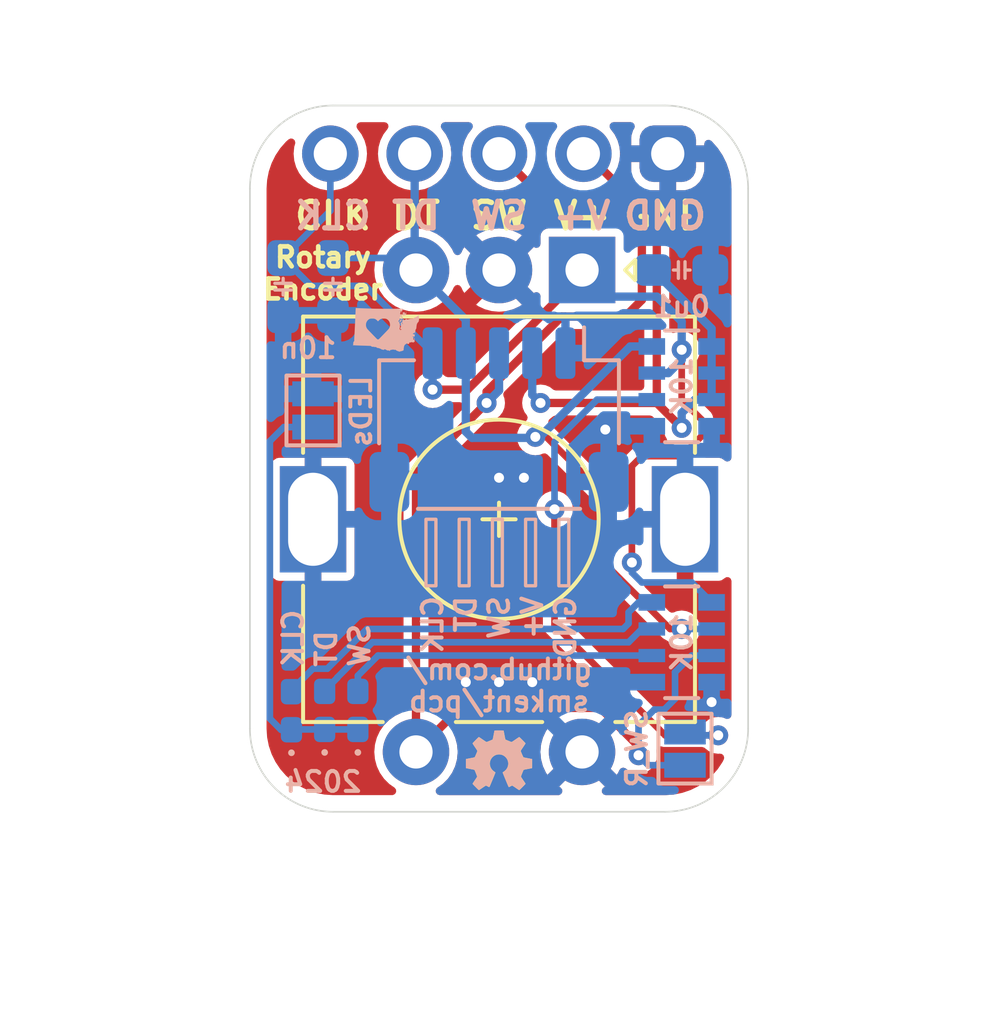
<source format=kicad_pcb>
(kicad_pcb (version 20240108) (generator "pcbnew") (generator_version "8.0")
  (layers (0 "F.Cu" signal) (31 "B.Cu" signal) (34 "B.Paste" user) (35 "F.Paste" user) (36 "B.SilkS" user "B.Silkscreen") (37 "F.SilkS" user "F.Silkscreen") (38 "B.Mask" user) (39 "F.Mask" user) (44 "Edge.Cuts" user))
  (net 0 "")
  (net 1 "GND")
  (net 2 "BUTTON")
  (net 3 "CLK")
  (net 4 "DT")
  (net 5 "VCC")
  (net 6 "Net-(JP1-B)")
  (net 7 "LED_GND")
  (net 8 "Net-(LED1-A)")
  (net 9 "Net-(LED2-A)")
  (net 10 "Net-(LED3-A)")
  (footprint "Rotary_Encoder:RotaryEncoder_Alps_EC11E-Switch_Vertical_H20mm" (layer "F.Cu") (at 182.5 102 -90)
    (property "Reference" "SW1" (hide yes))
    (property "Value" "RotaryEncoder_Switch_MP")
    (pad "A" thru_hole rect (at 0 0 270) (size 2 2) (drill 1) (layers "*.Cu" "*.Mask") (net 3 "CLK"))
    (pad "B" thru_hole circle (at 0 5 270) (size 2 2) (drill 1) (layers "*.Cu" "*.Mask") (net 4 "DT"))
    (pad "C" thru_hole circle (at 0 2.5 270) (size 2 2) (drill 1) (layers "*.Cu" "*.Mask") (net 1 "GND"))
    (pad "MP" thru_hole rect (at 7.5 -3.1 270) (size 3.2 2) (drill oval 2.8 1.5) (layers "*.Cu" "*.Mask") (net 1 "GND"))
    (pad "MP" thru_hole rect (at 7.5 8.1 270) (size 3.2 2) (drill oval 2.8 1.5) (layers "*.Cu" "*.Mask") (net 1 "GND"))
    (pad "S1" thru_hole circle (at 14.5 5 270) (size 2 2) (drill 1) (layers "*.Cu" "*.Mask") (net 2 "BUTTON"))
    (pad "S2" thru_hole circle (at 14.5 0 270) (size 2 2) (drill 1) (layers "*.Cu" "*.Mask") (net 1 "GND"))
  )
  (footprint "graphics:oshw-logo-2mm" (layer "F.Cu") (at 180 116.75)
    (property "Reference" "G***" (hide yes))
    (property "Value" "LOGO" (hide yes))
  )
  (footprint "custom:SolderJumper-2_P1.0mm_Open_Pad" (layer "B.Cu") (at 174.4 106.225 90)
    (property "Reference" "JP2" (hide yes))
    (property "Value" "SolderJumper_2_Open")
    (pad "1" smd rect (at -0.5 0 90) (size 0.75 1.25) (layers "B.Cu" "B.Mask") (net 7 "LED_GND"))
    (pad "2" smd rect (at 0.5 0 90) (size 0.75 1.25) (layers "B.Cu" "B.Mask") (net 1 "GND"))
  )
  (footprint "custom:C_0603_1608Metric_Pad1.08x0.95mm_HandSolder" (layer "B.Cu") (at 173.5 102.5 -90)
    (property "Reference" "C2" (hide yes))
    (property "Value" "10n")
    (pad "1" smd roundrect (at -0.8625 0 270) (size 1.075 0.95) (layers "B.Cu" "B.Paste" "B.Mask") (net 3 "CLK"))
    (pad "2" smd roundrect (at 0.8625 0 270) (size 1.075 0.95) (layers "B.Cu" "B.Paste" "B.Mask") (net 1 "GND"))
  )
  (footprint "custom:C_0603_1608Metric_Pad1.08x0.95mm_HandSolder" (layer "B.Cu") (at 175 102.5 -90)
    (property "Reference" "C3" (hide yes))
    (property "Value" "10n")
    (pad "1" smd roundrect (at -0.8625 0 270) (size 1.075 0.95) (layers "B.Cu" "B.Paste" "B.Mask") (net 4 "DT"))
    (pad "2" smd roundrect (at 0.8625 0 270) (size 1.075 0.95) (layers "B.Cu" "B.Paste" "B.Mask") (net 1 "GND"))
  )
  (footprint "graphics:wa-state-heart-2mm" (layer "B.Cu") (at 176.6 103.8 180)
    (property "Reference" "G***" (hide yes))
    (property "Value" "LOGO" (hide yes))
  )
  (footprint "custom:C_0603_1608Metric_Pad1.08x0.95mm_HandSolder" (layer "B.Cu") (at 185.5 102)
    (property "Reference" "C1" (hide yes))
    (property "Value" "0u1")
    (pad "1" smd roundrect (at -0.8625 0) (size 1.075 0.95) (layers "B.Cu" "B.Paste" "B.Mask") (net 5 "VCC"))
    (pad "2" smd roundrect (at 0.8625 0) (size 1.075 0.95) (layers "B.Cu" "B.Paste" "B.Mask") (net 1 "GND"))
  )
  (footprint "LED_SMD:LED_0402_1005Metric_Pad0.77x0.64mm_HandSolder" (layer "B.Cu") (at 173.75 115.26 90)
    (property "Reference" "LED1" (hide yes))
    (property "Value" "LED")
    (pad "1" smd roundrect (at -0.5725 0 90) (size 0.765 0.64) (layers "B.Cu" "B.Paste" "B.Mask") (net 7 "LED_GND"))
    (pad "2" smd roundrect (at 0.5725 0 90) (size 0.765 0.64) (layers "B.Cu" "B.Paste" "B.Mask") (net 8 "Net-(LED1-A)"))
  )
  (footprint "LED_SMD:LED_0402_1005Metric_Pad0.77x0.64mm_HandSolder" (layer "B.Cu") (at 174.75 115.25 90)
    (property "Reference" "LED2" (hide yes))
    (property "Value" "LED")
    (pad "1" smd roundrect (at -0.5725 0 90) (size 0.765 0.64) (layers "B.Cu" "B.Paste" "B.Mask") (net 7 "LED_GND"))
    (pad "2" smd roundrect (at 0.5725 0 90) (size 0.765 0.64) (layers "B.Cu" "B.Paste" "B.Mask") (net 9 "Net-(LED2-A)"))
  )
  (footprint "custom:PinHeader_1x05_P2.54mm_Vertical_simple_pad1gnd" (layer "B.Cu") (at 185.08 98.5 90)
    (property "Reference" "J2" (hide yes))
    (property "Value" "Pin headers")
    (pad "1" thru_hole roundrect (at 0 0 90) (size 1.7 1.7) (drill 1) (layers "*.Cu" "*.Mask") (net 1 "GND"))
    (pad "2" thru_hole oval (at 0 -2.54 90) (size 1.7 1.7) (drill 1) (layers "*.Cu" "*.Mask") (net 5 "VCC"))
    (pad "3" thru_hole oval (at 0 -5.08 90) (size 1.7 1.7) (drill 1) (layers "*.Cu" "*.Mask") (net 2 "BUTTON"))
    (pad "4" thru_hole oval (at 0 -7.62 90) (size 1.7 1.7) (drill 1) (layers "*.Cu" "*.Mask") (net 4 "DT"))
    (pad "5" thru_hole oval (at 0 -10.16 90) (size 1.7 1.7) (drill 1) (layers "*.Cu" "*.Mask") (net 3 "CLK"))
  )
  (footprint "Resistor_SMD:R_Array_Convex_4x0603" (layer "B.Cu") (at 185.5 105.5)
    (property "Reference" "RN1" (hide yes))
    (property "Value" "10K")
    (pad "1" smd rect (at -0.9 1.2) (size 0.8 0.5) (layers "B.Cu" "B.Paste" "B.Mask") (net 1 "GND"))
    (pad "2" smd rect (at -0.9 0.4) (size 0.8 0.4) (layers "B.Cu" "B.Paste" "B.Mask") (net 6 "Net-(JP1-B)"))
    (pad "3" smd rect (at -0.9 -0.4) (size 0.8 0.4) (layers "B.Cu" "B.Paste" "B.Mask") (net 3 "CLK"))
    (pad "4" smd rect (at -0.9 -1.2) (size 0.8 0.5) (layers "B.Cu" "B.Paste" "B.Mask") (net 4 "DT"))
    (pad "5" smd rect (at 0.9 -1.2) (size 0.8 0.5) (layers "B.Cu" "B.Paste" "B.Mask") (net 5 "VCC"))
    (pad "6" smd rect (at 0.9 -0.4) (size 0.8 0.4) (layers "B.Cu" "B.Paste" "B.Mask") (net 5 "VCC"))
    (pad "7" smd rect (at 0.9 0.4) (size 0.8 0.4) (layers "B.Cu" "B.Paste" "B.Mask") (net 5 "VCC"))
    (pad "8" smd rect (at 0.9 1.2) (size 0.8 0.5) (layers "B.Cu" "B.Paste" "B.Mask") (net 1 "GND"))
  )
  (footprint "LED_SMD:LED_0402_1005Metric_Pad0.77x0.64mm_HandSolder" (layer "B.Cu") (at 175.75 115.25 90)
    (property "Reference" "LED3" (hide yes))
    (property "Value" "LED")
    (pad "1" smd roundrect (at -0.5725 0 90) (size 0.765 0.64) (layers "B.Cu" "B.Paste" "B.Mask") (net 7 "LED_GND"))
    (pad "2" smd roundrect (at 0.5725 0 90) (size 0.765 0.64) (layers "B.Cu" "B.Paste" "B.Mask") (net 10 "Net-(LED3-A)"))
  )
  (footprint "graphics:oshw-logo-2mm" (layer "B.Cu") (at 180 116.75 180)
    (property "Reference" "G***" (hide yes))
    (property "Value" "LOGO" (hide yes))
  )
  (footprint "custom:SolderJumper-2_P1.0mm_Open_Pad" (layer "B.Cu") (at 185.6 116.4 90)
    (property "Reference" "JP1" (hide yes))
    (property "Value" "SolderJumper_2_Open")
    (pad "1" smd rect (at -0.5 0 90) (size 0.75 1.25) (layers "B.Cu" "B.Mask") (net 2 "BUTTON"))
    (pad "2" smd rect (at 0.5 0 90) (size 0.75 1.25) (layers "B.Cu" "B.Mask") (net 6 "Net-(JP1-B)"))
  )
  (footprint "Resistor_SMD:R_Array_Convex_4x0603" (layer "B.Cu") (at 185.5 113.2 180)
    (property "Reference" "RN2" (hide yes))
    (property "Value" "10K")
    (pad "1" smd rect (at -0.9 1.2 180) (size 0.8 0.5) (layers "B.Cu" "B.Paste" "B.Mask") (net 3 "CLK"))
    (pad "2" smd rect (at -0.9 0.4 180) (size 0.8 0.4) (layers "B.Cu" "B.Paste" "B.Mask") (net 4 "DT"))
    (pad "3" smd rect (at -0.9 -0.4 180) (size 0.8 0.4) (layers "B.Cu" "B.Paste" "B.Mask") (net 2 "BUTTON"))
    (pad "4" smd rect (at -0.9 -1.2 180) (size 0.8 0.5) (layers "B.Cu" "B.Paste" "B.Mask") (net 1 "GND"))
    (pad "5" smd rect (at 0.9 -1.2 180) (size 0.8 0.5) (layers "B.Cu" "B.Paste" "B.Mask") (net 1 "GND"))
    (pad "6" smd rect (at 0.9 -0.4 180) (size 0.8 0.4) (layers "B.Cu" "B.Paste" "B.Mask") (net 10 "Net-(LED3-A)"))
    (pad "7" smd rect (at 0.9 0.4 180) (size 0.8 0.4) (layers "B.Cu" "B.Paste" "B.Mask") (net 9 "Net-(LED2-A)"))
    (pad "8" smd rect (at 0.9 1.2 180) (size 0.8 0.5) (layers "B.Cu" "B.Paste" "B.Mask") (net 8 "Net-(LED1-A)"))
  )
  (footprint "custom:JST_SH_SM05B-SRSS-TB_1x05-1MP_P1.00mm_Horizontal" (layer "B.Cu") (at 180 106.5 180)
    (property "Reference" "J1")
    (property "Value" "JST SH")
    (pad "1" smd roundrect (at -2 2 180) (size 0.6 1.55) (layers "B.Cu" "B.Paste" "B.Mask") (net 1 "GND"))
    (pad "2" smd roundrect (at -1 2 180) (size 0.6 1.55) (layers "B.Cu" "B.Paste" "B.Mask") (net 5 "VCC"))
    (pad "3" smd roundrect (at 0 2 180) (size 0.6 1.55) (layers "B.Cu" "B.Paste" "B.Mask") (net 2 "BUTTON"))
    (pad "4" smd roundrect (at 1 2 180) (size 0.6 1.55) (layers "B.Cu" "B.Paste" "B.Mask") (net 4 "DT"))
    (pad "5" smd roundrect (at 2 2 180) (size 0.6 1.55) (layers "B.Cu" "B.Paste" "B.Mask") (net 3 "CLK"))
    (pad "MP" smd roundrect (at -3.3 -1.875 180) (size 1.2 1.8) (layers "B.Cu" "B.Paste" "B.Mask") (roundrect_rratio 0.208333) (net 1 "GND"))
    (pad "MP" smd roundrect (at 3.3 -1.875 180) (size 1.2 1.8) (layers "B.Cu" "B.Paste" "B.Mask") (roundrect_rratio 0.208333) (net 1 "GND"))
  )
  (gr_rect (start 178.8 109.5) (end 179.1 111.5) (stroke (width 0.1)) (fill none) (layer "B.SilkS"))
  (gr_rect (start 180.8 109.5) (end 181.1 111.5) (stroke (width 0.1)) (fill none) (layer "B.SilkS"))
  (gr_rect (start 179.8 109.5) (end 180.1 111.5) (stroke (width 0.1)) (fill none) (layer "B.SilkS"))
  (gr_rect (start 181.8 109.5) (end 182.1 111.5) (stroke (width 0.1)) (fill none) (layer "B.SilkS"))
  (gr_rect (start 177.8 109.5) (end 178.1 111.5) (stroke (width 0.1)) (fill none) (layer "B.SilkS"))
  (gr_arc (start 172.5 99.55) (mid 173.232233 97.782233) (end 175 97.05) (stroke (width 0.05)) (layer "Edge.Cuts"))
  (gr_line (start 175 97.05) (end 185 97.05) (stroke (width 0.05)) (layer "Edge.Cuts"))
  (gr_line (start 185 118.3) (end 175 118.3) (stroke (width 0.05)) (layer "Edge.Cuts"))
  (gr_line (start 172.5 115.8) (end 172.5 99.55) (stroke (width 0.05)) (layer "Edge.Cuts"))
  (gr_arc (start 187.5 115.8) (mid 186.767767 117.567767) (end 185 118.3) (stroke (width 0.05)) (layer "Edge.Cuts"))
  (gr_line (start 187.5 99.55) (end 187.5 115.8) (stroke (width 0.05)) (layer "Edge.Cuts"))
  (gr_arc (start 175 118.3) (mid 173.232233 117.567767) (end 172.5 115.8) (stroke (width 0.05)) (layer "Edge.Cuts"))
  (gr_arc (start 185 97.05) (mid 186.767767 97.782233) (end 187.5 99.55) (stroke (width 0.05)) (layer "Edge.Cuts"))
  (gr_text "DT" (at 177.5 99.9 0) (layer "B.SilkS") (effects (font (size 0.8 0.8) (thickness 0.16) (bold yes)) (justify top mirror)))
  (gr_text "CLK" (at 178 111.75 90) (layer "B.SilkS") (effects (font (size 0.6 0.6) (thickness 0.12) (bold yes)) (justify left mirror)))
  (gr_text "SW" (at 180 111.75 90) (layer "B.SilkS") (effects (font (size 0.6 0.6) (thickness 0.12) (bold yes)) (justify left mirror)))
  (gr_text "0u1" (at 185.5 102.75 0) (layer "B.SilkS") (effects (font (size 0.6 0.6) (thickness 0.12) (bold yes)) (justify top mirror)))
  (gr_text "GND" (at 182 111.75 90) (layer "B.SilkS") (effects (font (size 0.6 0.6) (thickness 0.12) (bold yes)) (justify left mirror)))
  (gr_text "V+" (at 181 111.75 90) (layer "B.SilkS") (effects (font (size 0.6 0.6) (thickness 0.12) (bold yes)) (justify left mirror)))
  (gr_text "2024" (at 174.7 117.4 0) (layer "B.SilkS") (effects (font (size 0.6 0.6) (thickness 0.12) (bold yes)) (justify mirror)))
  (gr_text "DT" (at 174.8 114 90) (layer "B.SilkS") (effects (font (size 0.6 0.6) (thickness 0.12) (bold yes)) (justify right mirror)))
  (gr_text "CLK" (at 175 99.9 0) (layer "B.SilkS") (effects (font (size 0.8 0.8) (thickness 0.16) (bold yes)) (justify top mirror)))
  (gr_text "10n" (at 174.25 104 0) (layer "B.SilkS") (effects (font (size 0.6 0.6) (thickness 0.12) (bold yes)) (justify top mirror)))
  (gr_text "V+" (at 182.5 99.9 0) (layer "B.SilkS") (effects (font (size 0.8 0.8) (thickness 0.16) (bold yes)) (justify top mirror)))
  (gr_text "DT" (at 179 111.75 90) (layer "B.SilkS") (effects (font (size 0.6 0.6) (thickness 0.12) (bold yes)) (justify left mirror)))
  (gr_text "SW" (at 175.8 114 90) (layer "B.SilkS") (effects (font (size 0.6 0.6) (thickness 0.12) (bold yes)) (justify right mirror)))
  (gr_text "CLK" (at 173.8 114 90) (layer "B.SilkS") (effects (font (size 0.6 0.6) (thickness 0.12) (bold yes)) (justify right mirror)))
  (gr_text "github.com/\nsmkent/pcb" (at 180 114.5 0) (layer "B.SilkS") (effects (font (size 0.6 0.6) (thickness 0.12) (bold yes)) (justify mirror)))
  (gr_text "SW_R" (at 184.5 116.4 90) (layer "B.SilkS") (effects (font (size 0.6 0.6) (thickness 0.12) (bold yes)) (justify bottom mirror)))
  (gr_text "GND" (at 185 99.9 0) (layer "B.SilkS") (effects (font (size 0.8 0.8) (thickness 0.16) (bold yes)) (justify top mirror)))
  (gr_text "10K" (at 185.5 113.2 90) (layer "B.SilkS") (effects (font (size 0.6 0.6) (thickness 0.12) (bold yes)) (justify mirror)))
  (gr_text "SW" (at 180 99.9 0) (layer "B.SilkS") (effects (font (size 0.8 0.8) (thickness 0.16) (bold yes)) (justify top mirror)))
  (gr_text "10K" (at 185.5 105.5 90) (layer "B.SilkS") (effects (font (size 0.6 0.6) (thickness 0.12) (bold yes)) (justify mirror)))
  (gr_text "LEDs" (at 175.5 106.25 90) (layer "B.SilkS") (effects (font (size 0.6 0.6) (thickness 0.12) (bold yes)) (justify top mirror)))
  (gr_text "GND" (at 185 99.9 0) (layer "F.SilkS") (effects (font (size 0.8 0.8) (thickness 0.16) (bold yes)) (justify top)))
  (gr_text "DT" (at 177.5 99.9 0) (layer "F.SilkS") (effects (font (size 0.8 0.8) (thickness 0.16) (bold yes)) (justify top)))
  (gr_text "V+" (at 182.5 99.9 0) (layer "F.SilkS") (effects (font (size 0.8 0.8) (thickness 0.16) (bold yes)) (justify top)))
  (gr_text "CLK" (at 175 99.9 0) (layer "F.SilkS") (effects (font (size 0.8 0.8) (thickness 0.16) (bold yes)) (justify top)))
  (gr_text "Rotary\nEncoder" (at 174.7 102.1 0) (layer "F.SilkS") (effects (font (size 0.6 0.6) (thickness 0.14) (bold yes))))
  (gr_text "SW" (at 180 99.9 0) (layer "F.SilkS") (effects (font (size 0.8 0.8) (thickness 0.16) (bold yes)) (justify top)))
  (via (at 179 114.4) (size 0.6) (drill 0.3) (layers "F.Cu" "B.Cu") (net 1))
  (via (at 180 114.4) (size 0.6) (drill 0.3) (layers "F.Cu" "B.Cu") (net 1))
  (via (at 180.75 108.25) (size 0.6) (drill 0.3) (layers "F.Cu" "B.Cu") (net 1))
  (via (at 186.4 115) (size 0.6) (drill 0.3) (layers "F.Cu" "B.Cu") (net 1))
  (via (at 183.2 106.8) (size 0.6) (drill 0.3) (layers "F.Cu" "B.Cu") (net 1))
  (via (at 181 114.4) (size 0.6) (drill 0.3) (layers "F.Cu" "B.Cu") (net 1))
  (via (at 180 108.25) (size 0.6) (drill 0.3) (layers "F.Cu" "B.Cu") (net 1))
  (segment (start 182 104.5) (end 182 103.4) (width 0.25) (layer "B.Cu") (net 1))
  (segment (start 184.6 107.2) (end 184.775 107.375) (width 0.25) (layer "B.Cu") (net 1))
  (segment (start 181.674999 103.4) (end 181.4 103.4) (width 0.25) (layer "B.Cu") (net 1))
  (segment (start 182 103.4) (end 181.674999 103.4) (width 0.25) (layer "B.Cu") (net 1))
  (segment (start 186.375 107.375) (end 186.4 107.35) (width 0.25) (layer "B.Cu") (net 1))
  (segment (start 183.4 103.4) (end 183.5 103.5) (width 0.25) (layer "B.Cu") (net 1))
  (segment (start 184.775 107.375) (end 186.375 107.375) (width 0.25) (layer "B.Cu") (net 1))
  (segment (start 181.4 103.4) (end 180 102) (width 0.25) (layer "B.Cu") (net 1))
  (segment (start 180 102) (end 179.75 101.75) (width 0.25) (layer "B.Cu") (net 1))
  (segment (start 181.674999 103.4) (end 183.4 103.4) (width 0.25) (layer "B.Cu") (net 1))
  (segment (start 184.6 106.7) (end 184.6 107.2) (width 0.25) (layer "B.Cu") (net 1))
  (segment (start 186.4 107.35) (end 186.4 106.7) (width 0.25) (layer "B.Cu") (net 1))
  (segment (start 177.5 108.125) (end 177.5 112) (width 0.25) (layer "F.Cu") (net 2))
  (segment (start 184.3 100.8) (end 183.75 100.25) (width 0.25) (layer "F.Cu") (net 2))
  (segment (start 179.625 105.661396) (end 181.886396 103.4) (width 0.25) (layer "F.Cu") (net 2))
  (segment (start 181.886396 103.4) (end 183.8 103.4) (width 0.25) (layer "F.Cu") (net 2))
  (segment (start 179.625 106) (end 179.625 105.661396) (width 0.25) (layer "F.Cu") (net 2))
  (segment (start 183.048833 115.175) (end 178.825 115.175) (width 0.25) (layer "F.Cu") (net 2))
  (segment (start 179.625 106) (end 177.5 108.125) (width 0.25) (layer "F.Cu") (net 2))
  (segment (start 177.5 114.6) (end 177.5 116.5) (width 0.25) (layer "F.Cu") (net 2))
  (segment (start 184.3 102.9) (end 184.3 100.8) (width 0.25) (layer "F.Cu") (net 2))
  (segment (start 181.75 100.25) (end 180 98.5) (width 0.25) (layer "F.Cu") (net 2))
  (segment (start 178.825 115.175) (end 177.5 116.5) (width 0.25) (layer "F.Cu") (net 2))
  (segment (start 183.75 100.25) (end 181.75 100.25) (width 0.25) (layer "F.Cu") (net 2))
  (segment (start 183.8 103.4) (end 184.3 102.9) (width 0.25) (layer "F.Cu") (net 2))
  (segment (start 184.2 116.6) (end 184.2 116.326167) (width 0.25) (layer "F.Cu") (net 2))
  (segment (start 184.2 116.326167) (end 183.048833 115.175) (width 0.25) (layer "F.Cu") (net 2))
  (segment (start 177.5 112) (end 177.5 114.6) (width 0.25) (layer "F.Cu") (net 2))
  (via (at 184.2 116.6) (size 0.6) (drill 0.3) (layers "F.Cu" "B.Cu") (net 2))
  (via (at 179.625 106) (size 0.6) (drill 0.3) (layers "F.Cu" "B.Cu") (net 2))
  (segment (start 184.5 116.9) (end 185.6 116.9) (width 0.2) (layer "B.Cu") (net 2))
  (segment (start 184.2 115.7) (end 184.675 115.225) (width 0.2) (layer "B.Cu") (net 2))
  (segment (start 179.625 106) (end 180 105.625) (width 0.25) (layer "B.Cu") (net 2))
  (segment (start 185.8 113.6) (end 186.4 113.6) (width 0.2) (layer "B.Cu") (net 2))
  (segment (start 184.975 115.225) (end 185.3 114.9) (width 0.2) (layer "B.Cu") (net 2))
  (segment (start 184.2 116.6) (end 184.2 115.7) (width 0.2) (layer "B.Cu") (net 2))
  (segment (start 180 105.625) (end 180 104.5) (width 0.25) (layer "B.Cu") (net 2))
  (segment (start 185.3 114.9) (end 185.3 114.1) (width 0.2) (layer "B.Cu") (net 2))
  (segment (start 185.3 114.1) (end 185.8 113.6) (width 0.2) (layer "B.Cu") (net 2))
  (segment (start 184.2 116.6) (end 184.5 116.9) (width 0.2) (layer "B.Cu") (net 2))
  (segment (start 184.675 115.225) (end 184.975 115.225) (width 0.2) (layer "B.Cu") (net 2))
  (segment (start 182.5 102) (end 182.5 102.15) (width 0.25) (layer "F.Cu") (net 3))
  (segment (start 179.05 105.6) (end 178 105.6) (width 0.25) (layer "F.Cu") (net 3))
  (segment (start 185.498529 107.6) (end 186.1 106.998529) (width 0.2) (layer "F.Cu") (net 3))
  (segment (start 186.1 106.501471) (end 185.6 106.001471) (width 0.2) (layer "F.Cu") (net 3))
  (segment (start 186.1 106.998529) (end 186.1 106.501471) (width 0.2) (layer "F.Cu") (net 3))
  (segment (start 184 110.8) (end 184 107.9) (width 0.2) (layer "F.Cu") (net 3))
  (segment (start 185.6 106) (end 185.5 105.9) (width 0.2) (layer "F.Cu") (net 3))
  (segment (start 185.6 106.001471) (end 185.6 106) (width 0.2) (layer "F.Cu") (net 3))
  (segment (start 184.3 107.6) (end 185.498529 107.6) (width 0.2) (layer "F.Cu") (net 3))
  (segment (start 184 107.9) (end 184.3 107.6) (width 0.2) (layer "F.Cu") (net 3))
  (segment (start 182.5 102.15) (end 179.05 105.6) (width 0.25) (layer "F.Cu") (net 3))
  (segment (start 185.5 105.9) (end 185.5 104.4) (width 0.2) (layer "F.Cu") (net 3))
  (via (at 184 110.8) (size 0.6) (drill 0.3) (layers "F.Cu" "B.Cu") (net 3))
  (via (at 185.5 104.4) (size 0.6) (drill 0.3) (layers "F.Cu" "B.Cu") (net 3))
  (via (at 178 105.6) (size 0.6) (drill 0.3) (layers "F.Cu" "B.Cu") (net 3))
  (segment (start 184.3 111.4) (end 184 111.1) (width 0.2) (layer "B.Cu") (net 3))
  (segment (start 185.5 104.4) (end 185.5 104.7) (width 0.25) (layer "B.Cu") (net 3))
  (segment (start 174.92 100.2175) (end 174.92 98.5) (width 0.2) (layer "B.Cu") (net 3))
  (segment (start 186.4 112) (end 185.8 111.4) (width 0.2) (layer "B.Cu") (net 3))
  (segment (start 185.8 111.4) (end 184.3 111.4) (width 0.2) (layer "B.Cu") (net 3))
  (segment (start 185.5 104.7) (end 185.1 105.1) (width 0.25) (layer "B.Cu") (net 3))
  (segment (start 182.5 102) (end 183.3 102.8) (width 0.25) (layer "B.Cu") (net 3))
  (segment (start 175.975 102.475) (end 178 104.5) (width 0.2) (layer "B.Cu") (net 3))
  (segment (start 173.5 101.6375) (end 174.92 100.2175) (width 0.2) (layer "B.Cu") (net 3))
  (segment (start 173.5 101.6375) (end 174.3375 102.475) (width 0.2) (layer "B.Cu") (net 3))
  (segment (start 184 111.1) (end 184 110.8) (width 0.2) (layer "B.Cu") (net 3))
  (segment (start 184.75 102.8) (end 185.5 103.55) (width 0.25) (layer "B.Cu") (net 3))
  (segment (start 185.5 103.55) (end 185.5 104.4) (width 0.25) (layer "B.Cu") (net 3))
  (segment (start 174.3375 102.475) (end 175.975 102.475) (width 0.2) (layer "B.Cu") (net 3))
  (segment (start 183.3 102.8) (end 184.75 102.8) (width 0.25) (layer "B.Cu") (net 3))
  (segment (start 178 105.6) (end 178 104.5) (width 0.25) (layer "B.Cu") (net 3))
  (segment (start 185.1 105.1) (end 184.6 105.1) (width 0.25) (layer "B.Cu") (net 3))
  (segment (start 185.500002 112.8) (end 185.151471 112.8) (width 0.2) (layer "F.Cu") (net 4))
  (segment (start 181.420513 107.020513) (end 181.092842 107.020513) (width 0.2) (layer "F.Cu") (net 4))
  (segment (start 183.340686 110.989215) (end 183.340686 108.940686) (width 0.2) (layer "F.Cu") (net 4))
  (segment (start 183.340686 108.940686) (end 181.420513 107.020513) (width 0.2) (layer "F.Cu") (net 4))
  (segment (start 185.151471 112.8) (end 183.340686 110.989215) (width 0.2) (layer "F.Cu") (net 4))
  (via (at 181.092842 107.020513) (size 0.6) (drill 0.3) (layers "F.Cu" "B.Cu") (net 4))
  (via (at 185.500002 112.8) (size 0.6) (drill 0.3) (layers "F.Cu" "B.Cu") (net 4))
  (segment (start 177.46 101.96) (end 177.5 102) (width 0.25) (layer "B.Cu") (net 4))
  (segment (start 177.46 98.5) (end 177.46 101.96) (width 0.25) (layer "B.Cu") (net 4))
  (segment (start 184.6 104.3) (end 183.95 104.3) (width 0.25) (layer "B.Cu") (net 4))
  (segment (start 179 106.863604) (end 179 104.5) (width 0.25) (layer "B.Cu") (net 4))
  (segment (start 179.186396 107.05) (end 179 106.863604) (width 0.25) (layer "B.Cu") (net 4))
  (segment (start 186.4 112.8) (end 185.500002 112.8) (width 0.2) (layer "B.Cu") (net 4))
  (segment (start 179 103.5) (end 177.5 102) (width 0.25) (layer "B.Cu") (net 4))
  (segment (start 175 101.6375) (end 177.1375 101.6375) (width 0.2) (layer "B.Cu") (net 4))
  (segment (start 179 104.5) (end 179 103.5) (width 0.25) (layer "B.Cu") (net 4))
  (segment (start 177.1375 101.6375) (end 177.5 102) (width 0.2) (layer "B.Cu") (net 4))
  (segment (start 183.95 104.3) (end 181.2 107.05) (width 0.25) (layer "B.Cu") (net 4))
  (segment (start 181.2 107.05) (end 179.186396 107.05) (width 0.25) (layer "B.Cu") (net 4))
  (segment (start 181.25 106) (end 184.75 106) (width 0.25) (layer "F.Cu") (net 5))
  (segment (start 184.75 100.613604) (end 184.75 106) (width 0.25) (layer "F.Cu") (net 5))
  (segment (start 182.636396 98.5) (end 184.75 100.613604) (width 0.25) (layer "F.Cu") (net 5))
  (segment (start 184.75 106) (end 185.5 106.75) (width 0.25) (layer "F.Cu") (net 5))
  (segment (start 182.54 98.5) (end 182.636396 98.5) (width 0.25) (layer "F.Cu") (net 5))
  (via (at 181.25 106) (size 0.6) (drill 0.3) (layers "F.Cu" "B.Cu") (net 5))
  (via (at 185.5 106.75) (size 0.6) (drill 0.3) (layers "F.Cu" "B.Cu") (net 5))
  (segment (start 186.4 104.3) (end 186.4 103.7625) (width 0.25) (layer "B.Cu") (net 5))
  (segment (start 185.5 106.75) (end 185.5 106.3) (width 0.25) (layer "B.Cu") (net 5))
  (segment (start 186.4 103.7625) (end 184.6375 102) (width 0.25) (layer "B.Cu") (net 5))
  (segment (start 181.25 106) (end 181 105.75) (width 0.25) (layer "B.Cu") (net 5))
  (segment (start 185.5 106.3) (end 185.9 105.9) (width 0.25) (layer "B.Cu") (net 5))
  (segment (start 181 105.75) (end 181 104.5) (width 0.25) (layer "B.Cu") (net 5))
  (segment (start 186.4 105.9) (end 186.4 104.3) (width 0.25) (layer "B.Cu") (net 5))
  (segment (start 185.9 105.9) (end 186.4 105.9) (width 0.25) (layer "B.Cu") (net 5))
  (segment (start 185 116) (end 186.6 116) (width 0.2) (layer "F.Cu") (net 6))
  (segment (start 184.825 115.825) (end 185 116) (width 0.2) (layer "F.Cu") (net 6))
  (segment (start 184.825 115.82396) (end 184.825 115.825) (width 0.2) (layer "F.Cu") (net 6))
  (segment (start 183.17604 114.175) (end 184.825 115.82396) (width 0.2) (layer "F.Cu") (net 6))
  (segment (start 181.67134 109.2) (end 181.67134 112.67134) (width 0.2) (layer "F.Cu") (net 6))
  (segment (start 183.175 114.175) (end 183.17604 114.175) (width 0.2) (layer "F.Cu") (net 6))
  (segment (start 181.67134 112.67134) (end 183.175 114.175) (width 0.2) (layer "F.Cu") (net 6))
  (via (at 181.67134 109.2) (size 0.6) (drill 0.3) (layers "F.Cu" "B.Cu") (net 6))
  (via (at 186.6 116) (size 0.6) (drill 0.3) (layers "F.Cu" "B.Cu") (net 6))
  (segment (start 186.6 116) (end 185.7 116) (width 0.2) (layer "B.Cu") (net 6))
  (segment (start 182.95104 105.9) (end 184.6 105.9) (width 0.2) (layer "B.Cu") (net 6))
  (segment (start 181.67134 109.2) (end 181.67134 107.1797) (width 0.2) (layer "B.Cu") (net 6))
  (segment (start 185.7 116) (end 185.6 115.9) (width 0.2) (layer "B.Cu") (net 6))
  (segment (start 181.67134 107.1797) (end 182.95104 105.9) (width 0.2) (layer "B.Cu") (net 6))
  (segment (start 173.76 115.8225) (end 173.75 115.8325) (width 0.2) (layer "B.Cu") (net 7))
  (segment (start 173.435948 115.8325) (end 173.1 115.496552) (width 0.2) (layer "B.Cu") (net 7))
  (segment (start 175.75 115.8225) (end 173.76 115.8225) (width 0.2) (layer "B.Cu") (net 7))
  (segment (start 173.75 115.8325) (end 173.435948 115.8325) (width 0.2) (layer "B.Cu") (net 7))
  (segment (start 173.1 115.496552) (end 173.1 107.15) (width 0.2) (layer "B.Cu") (net 7))
  (segment (start 173.525 106.725) (end 174.4 106.725) (width 0.2) (layer "B.Cu") (net 7))
  (segment (start 173.1 107.15) (end 173.525 106.725) (width 0.2) (layer "B.Cu") (net 7))
  (segment (start 183.9 112.3) (end 183.9 112.634314) (width 0.2) (layer "B.Cu") (net 8))
  (segment (start 173.75 114.640028) (end 173.75 114.6875) (width 0.2) (layer "B.Cu") (net 8))
  (segment (start 184.6 112) (end 184.2 112) (width 0.2) (layer "B.Cu") (net 8))
  (segment (start 183.9 112.634314) (end 183.734314 112.8) (width 0.2) (layer "B.Cu") (net 8))
  (segment (start 174.829342 113.995) (end 174.395028 113.995) (width 0.2) (layer "B.Cu") (net 8))
  (segment (start 176.024342 112.8) (end 174.829342 113.995) (width 0.2) (layer "B.Cu") (net 8))
  (segment (start 183.734314 112.8) (end 176.024342 112.8) (width 0.2) (layer "B.Cu") (net 8))
  (segment (start 184.2 112) (end 183.9 112.3) (width 0.2) (layer "B.Cu") (net 8))
  (segment (start 174.395028 113.995) (end 173.75 114.640028) (width 0.2) (layer "B.Cu") (net 8))
  (segment (start 176.190028 113.2) (end 183.9 113.2) (width 0.2) (layer "B.Cu") (net 9))
  (segment (start 184.3 112.8) (end 184.6 112.8) (width 0.2) (layer "B.Cu") (net 9))
  (segment (start 183.9 113.2) (end 184.3 112.8) (width 0.2) (layer "B.Cu") (net 9))
  (segment (start 175.13 114.260028) (end 176.190028 113.2) (width 0.2) (layer "B.Cu") (net 9))
  (segment (start 174.75 114.65) (end 175.13 114.27) (width 0.2) (layer "B.Cu") (net 9))
  (segment (start 174.75 114.6775) (end 174.75 114.65) (width 0.2) (layer "B.Cu") (net 9))
  (segment (start 175.13 114.27) (end 175.13 114.260028) (width 0.2) (layer "B.Cu") (net 9))
  (segment (start 184.6 113.6) (end 176.355714 113.6) (width 0.2) (layer "B.Cu") (net 10))
  (segment (start 176.355714 113.6) (end 175.75 114.205714) (width 0.2) (layer "B.Cu") (net 10))
  (segment (start 175.75 114.205714) (end 175.75 114.6775) (width 0.2) (layer "B.Cu") (net 10))
  (zone (net 1) (net_name "GND") (layers "F&B.Cu") (connect_pads (clearance 0.25)) (min_thickness 0.25) (fill yes (thermal_gap 0.25) (thermal_bridge_width 0.5))
    (polygon (pts (xy 172 97) (xy 188 97) (xy 188 119) (xy 172 119)))
  )
)
</source>
